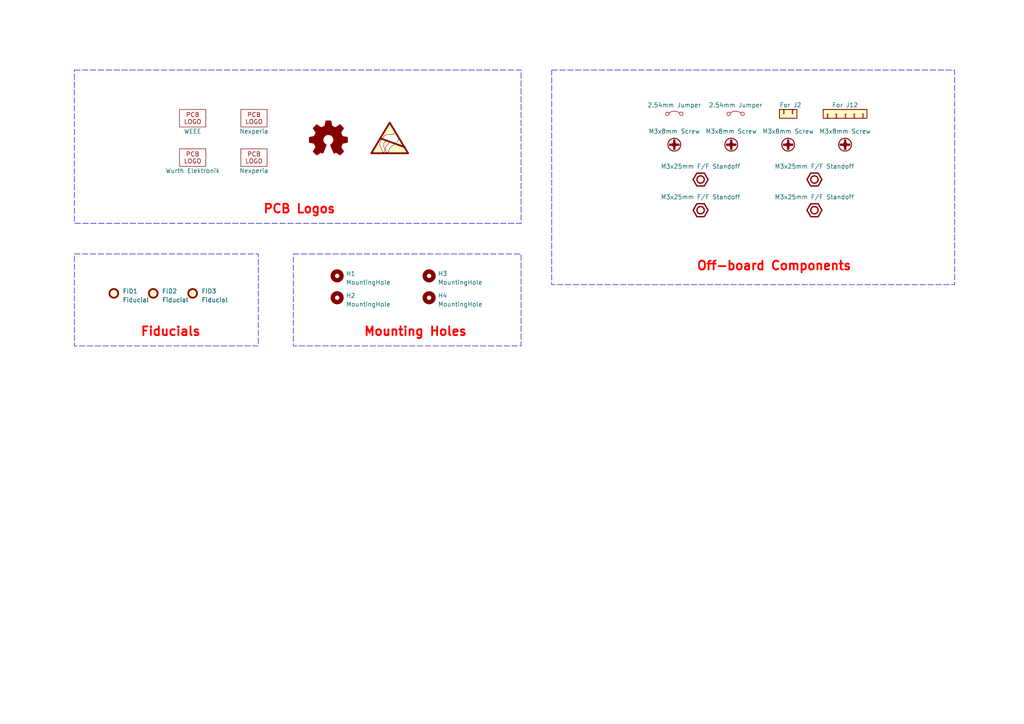
<source format=kicad_sch>
(kicad_sch (version 20250114) (generator "eeschema") (generator_version "9.0")
  (paper "A4")
  (title_block (title "Motor Controller Board NEVB-MTR1-C-1") (date "2025-04-25") (rev "01") (comment 1 "Contact: https://www.nexperia.com/support") (comment 2 "Designed for: Public Release") (comment 3 "Orderable: NEVB-MTR1-KIT1"))
  (lib_symbols
    (symbol "Graphic:Logo_Open_Hardware_Small" (in_bom no) (on_board no)
      (symbol "Logo_Open_Hardware_Small_0_1"
        (polyline (pts (xy 3.3528 -4.3434) (xy 3.302 -4.318) (xy 3.175 -4.2418) (xy 2.9972 -4.1148) (xy 2.7686 -3.9624) (xy 2.54 -3.81) (xy 2.3622 -3.7084) (xy 2.2352 -3.6068) (xy 2.1844 -3.5814) (xy 2.159 -3.6068) (xy 2.0574 -3.6576) (xy 1.905 -3.7338) (xy 1.8034 -3.7846) (xy 1.6764 -3.8354) (xy 1.6002 -3.8354) (xy 1.6002 -3.8354) (xy 1.5494 -3.7338) (xy 1.4732 -3.5306) (xy 1.3462 -3.302) (xy 1.2446 -3.0226) (xy 1.1176 -2.7178) (xy 0.9652 -2.413) (xy 0.8636 -2.1082) (xy 0.7366 -1.8288) (xy 0.6604 -1.6256) (xy 0.6096 -1.4732) (xy 0.5842 -1.397) (xy 0.5842 -1.397) (xy 0.6604 -1.3208) (xy 0.7874 -1.2446) (xy 1.0414 -1.016) (xy 1.2954 -0.6858) (xy 1.4478 -0.3302) (xy 1.524 0.0762) (xy 1.4732 0.4572) (xy 1.3208 0.8128) (xy 1.0668 1.143) (xy 0.762 1.3716) (xy 0.4064 1.524) (xy 0 1.5748) (xy -0.381 1.5494) (xy -0.7366 1.397) (xy -1.0668 1.143) (xy -1.2192 0.9906) (xy -1.397 0.6604) (xy -1.524 0.3048) (xy -1.524 0.2286) (xy -1.4986 -0.1778) (xy -1.397 -0.5334) (xy -1.1938 -0.8636) (xy -0.9144 -1.143) (xy -0.8636 -1.1684) (xy -0.7366 -1.27) (xy -0.635 -1.3462) (xy -0.5842 -1.397) (xy -1.0668 -2.5908) (xy -1.143 -2.794) (xy -1.2954 -3.1242) (xy -1.397 -3.4036) (xy -1.4986 -3.6322) (xy -1.5748 -3.7846) (xy -1.6002 -3.8354) (xy -1.6002 -3.8354) (xy -1.651 -3.8354) (xy -1.7272 -3.81) (xy -1.905 -3.7338) (xy -2.0066 -3.683) (xy -2.1336 -3.6068) (xy -2.2098 -3.5814) (xy -2.2606 -3.6068) (xy -2.3622 -3.683) (xy -2.54 -3.81) (xy -2.7686 -3.9624) (xy -2.9718 -4.0894) (xy -3.1496 -4.2164) (xy -3.302 -4.318) (xy -3.3528 -4.3434) (xy -3.3782 -4.3434) (xy -3.429 -4.318) (xy -3.5306 -4.2164) (xy -3.7084 -4.064) (xy -3.937 -3.8354) (xy -3.9624 -3.81) (xy -4.1656 -3.6068) (xy -4.318 -3.4544) (xy -4.4196 -3.3274) (xy -4.445 -3.2766) (xy -4.445 -3.2766) (xy -4.4196 -3.2258) (xy -4.318 -3.0734) (xy -4.2164 -2.8956) (xy -4.064 -2.667) (xy -3.6576 -2.0828) (xy -3.8862 -1.5494) (xy -3.937 -1.3716) (xy -4.0386 -1.1684) (xy -4.0894 -1.0414) (xy -4.1148 -0.9652) (xy -4.191 -0.9398) (xy -4.318 -0.9144) (xy -4.5466 -0.8636) (xy -4.8006 -0.8128) (xy -5.0546 -0.7874) (xy -5.2578 -0.7366) (xy -5.4356 -0.7112) (xy -5.5118 -0.6858) (xy -5.5118 -0.6858) (xy -5.5372 -0.635) (xy -5.5372 -0.5588) (xy -5.5372 -0.4318) (xy -5.5626 -0.2286) (xy -5.5626 0.0762) (xy -5.5626 0.127) (xy -5.5372 0.4064) (xy -5.5372 0.635) (xy -5.5372 0.762) (xy -5.5372 0.8382) (xy -5.5372 0.8382) (xy -5.461 0.8382) (xy -5.3086 0.889) (xy -5.08 0.9144) (xy -4.826 0.9652) (xy -4.8006 0.9906) (xy -4.5466 1.0414) (xy -4.318 1.0668) (xy -4.1656 1.1176) (xy -4.0894 1.143) (xy -4.0894 1.143) (xy -4.0386 1.2446) (xy -3.9624 1.4224) (xy -3.8608 1.6256) (xy -3.7846 1.8288) (xy -3.7084 2.0066) (xy -3.6576 2.159) (xy -3.6322 2.2098) (xy -3.6322 2.2098) (xy -3.683 2.286) (xy -3.7592 2.413) (xy -3.8862 2.5908) (xy -4.064 2.8194) (xy -4.064 2.8448) (xy -4.2164 3.0734) (xy -4.3434 3.2512) (xy -4.4196 3.3782) (xy -4.445 3.4544) (xy -4.445 3.4544) (xy -4.3942 3.5052) (xy -4.2926 3.6322) (xy -4.1148 3.81) (xy -3.937 4.0132) (xy -3.8608 4.064) (xy -3.6576 4.2926) (xy -3.5052 4.4196) (xy -3.4036 4.4958) (xy -3.3528 4.5212) (xy -3.3528 4.5212) (xy -3.302 4.4704) (xy -3.1496 4.3688) (xy -2.9718 4.2418) (xy -2.7432 4.0894) (xy -2.7178 4.0894) (xy -2.4892 3.937) (xy -2.3114 3.81) (xy -2.1844 3.7084) (xy -2.1336 3.683) (xy -2.1082 3.683) (xy -2.032 3.7084) (xy -1.8542 3.7592) (xy -1.6764 3.8354) (xy -1.4732 3.937) (xy -1.27 4.0132) (xy -1.143 4.064) (xy -1.0668 4.1148) (xy -1.0668 4.1148) (xy -1.0414 4.191) (xy -1.016 4.3434) (xy -0.9652 4.572) (xy -0.9144 4.8514) (xy -0.889 4.9022) (xy -0.8382 5.1562) (xy -0.8128 5.3848) (xy -0.7874 5.5372) (xy -0.762 5.588) (xy -0.7112 5.6134) (xy -0.5842 5.6134) (xy -0.4064 5.6134) (xy -0.1524 5.6134) (xy 0.0762 5.6134) (xy 0.3302 5.6134) (xy 0.5334 5.6134) (xy 0.6858 5.588) (xy 0.7366 5.588) (xy 0.7366 5.588) (xy 0.762 5.5118) (xy 0.8128 5.334) (xy 0.8382 5.1054) (xy 0.9144 4.826) (xy 0.9144 4.7752) (xy 0.9652 4.5212) (xy 1.016 4.2926) (xy 1.0414 4.1402) (xy 1.0668 4.0894) (xy 1.0668 4.0894) (xy 1.1938 4.0386) (xy 1.3716 3.9624) (xy 1.5748 3.8608) (xy 2.0828 3.6576) (xy 2.7178 4.0894) (xy 2.7686 4.1402) (xy 2.9972 4.2926) (xy 3.175 4.4196) (xy 3.302 4.4958) (xy 3.3782 4.5212) (xy 3.3782 4.5212) (xy 3.429 4.4704) (xy 3.556 4.3434) (xy 3.7338 4.191) (xy 3.9116 3.9878) (xy 4.064 3.8354) (xy 4.2418 3.6576) (xy 4.3434 3.556) (xy 4.4196 3.4798) (xy 4.4196 3.429) (xy 4.4196 3.4036) (xy 4.3942 3.3274) (xy 4.2926 3.2004) (xy 4.1656 2.9972) (xy 4.0132 2.794) (xy 3.8862 2.5908) (xy 3.7592 2.3876) (xy 3.6576 2.2352) (xy 3.6322 2.159) (xy 3.6322 2.1336) (xy 3.683 2.0066) (xy 3.7592 1.8288) (xy 3.8608 1.6002) (xy 4.064 1.1176) (xy 4.3942 1.0414) (xy 4.5974 1.016) (xy 4.8768 0.9652) (xy 5.1308 0.9144) (xy 5.5372 0.8382) (xy 5.5626 -0.6604) (xy 5.4864 -0.6858) (xy 5.4356 -0.6858) (xy 5.2832 -0.7366) (xy 5.0546 -0.762) (xy 4.8006 -0.8128) (xy 4.5974 -0.8636) (xy 4.3688 -0.9144) (xy 4.2164 -0.9398) (xy 4.1402 -0.9398) (xy 4.1148 -0.9652) (xy 4.064 -1.0668) (xy 3.9878 -1.2446) (xy 3.9116 -1.4478) (xy 3.81 -1.651) (xy 3.7338 -1.8542) (xy 3.683 -2.0066) (xy 3.6576 -2.0828) (xy 3.683 -2.1336) (xy 3.7846 -2.2606) (xy 3.8862 -2.4638) (xy 4.0386 -2.667) (xy 4.191 -2.8956) (xy 4.318 -3.0734) (xy 4.3942 -3.2004) (xy 4.445 -3.2766) (xy 4.4196 -3.3274) (xy 4.3434 -3.429) (xy 4.1656 -3.5814) (xy 3.937 -3.8354) (xy 3.8862 -3.8608) (xy 3.683 -4.064) (xy 3.5306 -4.2164) (xy 3.4036 -4.318) (xy 3.3528 -4.3434)) (fill (type outline)))
      )
    )
    (symbol "Graphic:SYM_ESD_Large" (in_bom no) (on_board no)
      (symbol "SYM_ESD_Large_0_0"
        (polyline (pts (xy -2.667 -0.762) (xy 4.318 -3.302)) (stroke (width 0.508)))
        (polyline (pts (xy 0.4826 -5.1308) (xy 5.3848 -5.1308) (xy 5.3848 -5.1054) (xy 5.334 -5.0546) (xy 5.2832 -4.953) (xy 5.207 -4.826) (xy 5.0038 -4.4704) (xy 4.8768 -4.2672) (xy 4.7498 -4.0386) (xy 4.1402 -3.0226) (xy 3.9878 -2.7432) (xy 3.5306 -1.9812) (xy 3.4036 -1.7526) (xy 3.2766 -1.5494) (xy 3.1496 -1.3716) (xy 3.0734 -1.1938) (xy 2.9972 -1.0668) (xy 2.921 -0.9652) (xy 2.8956 -0.889) (xy 2.8448 -0.8382) (xy 2.8194 -0.8636) (xy 2.7686 -0.889) (xy 2.5908 -1.0668) (xy 2.4892 -1.2192) (xy 2.4638 -1.3462) (xy 2.413 -1.4224) (xy 2.3622 -1.5748) (xy 2.286 -1.7018) (xy 1.9812 -2.0066) (xy 1.8542 -2.1082) (xy 1.7018 -2.2352) (xy 1.5494 -2.3368) (xy 1.397 -2.4638) (xy 1.2192 -2.5908) (xy 1.0668 -2.7178) (xy 0.9144 -2.8194) (xy 0.8128 -2.8956) (xy 0.7112 -2.9464) (xy 0.6096 -3.0226) (xy 0.3556 -3.2258) (xy 0.254 -3.3528) (xy 0.1524 -3.5052) (xy 0.0508 -3.683) (xy -0.0762 -3.8862) (xy -0.2286 -4.2672) (xy -0.381 -4.572) (xy -0.5334 -4.7244) (xy -0.6096 -4.7752) (xy -0.635 -4.8006) (xy -0.8382 -4.8006) (xy -0.9144 -4.7752) (xy -1.016 -4.6736) (xy -1.0668 -4.5212) (xy -1.1176 -4.3434) (xy -1.143 -4.1148) (xy -1.143 -3.4544) (xy -1.0922 -3.2512) (xy -1.0414 -3.0734) (xy -0.9398 -2.921) (xy -0.8382 -2.794) (xy -0.381 -2.3368) (xy -0.3048 -2.2352) (xy -0.2032 -1.9812) (xy -0.1778 -1.9304) (xy -0.1524 -1.8288) (xy -0.127 -1.7526) (xy -0.127 -1.7272) (xy -0.2032 -1.651) (xy -0.254 -1.5748) (xy -0.3556 -1.524) (xy -0.4318 -1.4478) (xy -0.508 -1.397) (xy -0.5588 -1.3462) (xy -0.6096 -1.3462) (xy -0.6604 -1.3716) (xy -0.7366 -1.4224) (xy -0.8382 -1.4732) (xy -0.9652 -1.5494) (xy -1.0668 -1.6002) (xy -1.1684 -1.6764) (xy -1.3208 -1.778) (xy -1.6002 -2.0574) (xy -1.778 -2.2606) (xy -1.7272 -2.3876) (xy -1.7018 -2.4384) (xy -1.7018 -2.5146) (xy -1.6764 -2.5908) (xy -1.6764 -2.8702) (xy -1.7018 -2.9972) (xy -1.7272 -3.0734) (xy -1.7272 -3.0988) (xy -1.7526 -3.1496) (xy -1.7018 -3.2512) (xy -1.651 -3.3274) (xy -1.651 -3.3528) (xy -1.524 -3.6068) (xy -1.4478 -3.8608) (xy -1.4224 -4.1402) (xy -1.4224 -4.3434) (xy -1.4478 -4.4196) (xy -1.4732 -4.4704) (xy -1.4986 -4.5466) (xy -1.5748 -4.6736) (xy -1.6764 -4.7498) (xy -1.778 -4.8006) (xy -1.8796 -4.8006) (xy -1.9558 -4.7752) (xy -2.0066 -4.7244) (xy -2.0574 -4.6228) (xy -2.1336 -4.4958) (xy -2.2098 -4.318) (xy -2.3114 -4.0894) (xy -2.413 -3.8354) (xy -2.5146 -3.5306) (xy -2.5146 -3.5052) (xy -2.5654 -3.3528) (xy -2.6416 -3.2004) (xy -2.7432 -2.9464) (xy -2.7686 -2.921) (xy -2.8448 -2.6924) (xy -2.8956 -2.4638) (xy -2.8956 -2.2606) (xy -2.8448 -2.032) (xy -2.7686 -1.8034) (xy -2.7178 -1.7018) (xy -2.6162 -1.5494) (xy -2.5146 -1.3716) (xy -2.3622 -1.1938) (xy -2.2098 -0.9906) (xy -2.1082 -0.889) (xy -1.9558 -0.635) (xy -1.8796 -0.5334) (xy -1.8542 -0.508) (xy -1.7272 -0.2794) (xy -1.6002 -0.1016) (xy -1.4478 0.0508) (xy -1.3208 0.1524) (xy -1.1684 0.2032) (xy -1.1176 0.2286) (xy -0.9906 0.254) (xy -0.8128 0.3048) (xy -0.5842 0.3302) (xy -0.3302 0.3556) (xy -0.0254 0.381) (xy 0.0254 0.381) (xy 0.2794 0.4064) (xy 0.508 0.4318) (xy 0.6858 0.4318) (xy 0.8382 0.4572) (xy 0.9652 0.4826) (xy 1.0668 0.508) (xy 1.1684 0.5588) (xy 1.2446 0.5842) (xy 1.3208 0.635) (xy 1.524 0.7874) (xy 1.7272 0.9906) (xy 1.7272 1.0414) (xy 1.7018 1.0922) (xy 1.651 1.1684) (xy 1.6002 1.27) (xy 1.4986 1.4224) (xy 1.4224 1.6002) (xy 1.1684 2.0066) (xy 1.0414 2.2352) (xy 0.6604 2.8702) (xy 0.508 3.0988) (xy 0.4064 3.302) (xy 0.3048 3.4544) (xy 0.2286 3.5814) (xy 0.1524 3.683) (xy 0.1016 3.7592) (xy 0.0508 3.8608) (xy 0.0254 3.8862) (xy -0.0508 3.8862) (xy -0.0508 3.8608) (xy -0.127 3.7846) (xy -0.1524 3.7338) (xy -0.2032 3.6576) (xy -0.254 3.556) (xy -0.4064 3.302) (xy -0.508 3.1496) (xy -0.6096 2.9718) (xy -0.7366 2.7686) (xy -1.0414 2.2606) (xy -1.2192 1.9558) (xy -1.4224 1.6256) (xy -1.8796 0.8636) (xy -2.1336 0.4064) (xy -2.4384 -0.0762) (xy -2.7432 -0.6096) (xy -2.921 -0.889) (xy -3.429 -1.7526) (xy -3.6576 -2.159) (xy -3.8862 -2.54) (xy -4.1148 -2.8956) (xy -4.318 -3.2512) (xy -4.5212 -3.5814) (xy -4.6736 -3.8862) (xy -4.8514 -4.1402) (xy -4.9784 -4.3942) (xy -5.1054 -4.5974) (xy -5.2324 -4.7752) (xy -5.3594 -5.0292) (xy -5.4102 -5.1054) (xy -5.4102 -5.1308) (xy -0.7112 -5.1308) (xy -0.0254 -5.1562) (xy 0.4826 -5.1308)) (stroke (width 0.127)) (fill (type background)))
      )
      (symbol "SYM_ESD_Large_0_1"
        (polyline (pts (xy -5.334 -5.08) (xy 5.334 -5.08) (xy 0 3.81) (xy -5.334 -5.08)) (stroke (width 0.508)))
      )
    )
    (symbol "Mechanical:Fiducial"
      (property "Reference" "FID" (at 0 5.08 0))
      (property "Value" "Fiducial" (at 0 3.175 0))
      (symbol "Fiducial_0_1"
        (circle (center 0 0) (radius 1.27) (stroke (width 0.508)) (fill (type background)))
      )
    )
    (symbol "Mechanical:MountingHole" (pin_names (offset 1.016))
      (property "Reference" "H" (at 0 5.08 0))
      (property "Value" "MountingHole" (at 0 3.175 0))
      (symbol "MountingHole_0_1"
        (circle (center 0 0) (radius 1.27) (stroke (width 1.27)))
      )
    )
    (symbol "project:Assembly_Conn_01x02" (pin_numbers (hide yes)) (pin_names (offset 0) (hide yes)) (on_board no)
      (symbol "Assembly_Conn_01x02_1_1"
        (rectangle (start -1.27 1.27) (end 1.27 -3.81) (stroke (width 0.254)) (fill (type background)))
        (rectangle (start -1.27 0.127) (end 0 -0.127) (stroke (width 0.1524)))
        (rectangle (start -1.27 -2.413) (end 0 -2.667) (stroke (width 0.1524)))
      )
    )
    (symbol "project:Assembly_Conn_01x05" (pin_numbers (hide yes)) (pin_names (offset 0) (hide yes)) (on_board no)
      (symbol "Assembly_Conn_01x05_1_1"
        (rectangle (start -1.27 1.27) (end 1.27 -11.43) (stroke (width 0.254)) (fill (type background)))
        (rectangle (start -1.27 0.127) (end 0 -0.127) (stroke (width 0.1524)))
        (rectangle (start -1.27 -2.413) (end 0 -2.667) (stroke (width 0.1524)))
        (rectangle (start -1.27 -5.08) (end 0 -5.334) (stroke (width 0.1524)))
        (rectangle (start -1.27 -7.62) (end 0 -7.874) (stroke (width 0.1524)))
        (rectangle (start -1.27 -10.16) (end 0 -10.414) (stroke (width 0.1524)))
      )
    )
    (symbol "project:Jumper_Shunt" (pin_numbers (hide yes)) (pin_names (offset 0) (hide yes)) (on_board no)
      (property "Value" "2.54mm Jumper" (at 0 2.54 0))
      (symbol "Jumper_Shunt_0_0"
        (circle (center -2.032 0) (radius 0.508))
        (circle (center 2.032 0) (radius 0.508))
      )
      (symbol "Jumper_Shunt_0_1"
        (arc (start -1.524 0.254) (mid 0 0.762) (end 1.524 0.254))
      )
    )
    (symbol "project:PCB_Logo" (in_bom no)
      (property "Value" "PCB_Logo" (at 0 -3.81 0))
      (symbol "PCB_Logo_1_1"
        (rectangle (start -3.81 2.54) (end 3.81 -2.54))
        (text "PCB\nLOGO" (at 0 0 0) (effects (font (size 1.27 1.27))))
      )
    )
    (symbol "project:Screw" (pin_numbers (hide yes)) (pin_names (offset 0) (hide yes)) (on_board no)
      (property "Value" "Screw" (at -0.0011 3.81 0))
      (symbol "Screw_0_0"
        (polyline (pts (xy -0.0171 -1.9984) (xy 0.0182 -1.9979) (xy 0.0547 -1.9971) (xy 0.0908 -1.9961) (xy 0.1249 -1.9949) (xy 0.1551 -1.9936) (xy 0.1799 -1.9922) (xy 0.1975 -1.9908) (xy 0.2192 -1.9883) (xy 0.2978 -1.977) (xy 0.3793 -1.9622) (xy 0.4606 -1.9444) (xy 0.5384 -1.9243) (xy 0.6097 -1.9027) (xy 0.7254 -1.8603) (xy 0.85 -1.8051) (xy 0.9695 -1.7419) (xy 1.0836 -1.6711) (xy 1.1921 -1.593) (xy 1.2947 -1.508) (xy 1.391 -1.4165) (xy 1.4808 -1.3187) (xy 1.5637 -1.2151) (xy 1.6394 -1.106) (xy 1.7077 -0.9918) (xy 1.7682 -0.8728) (xy 1.8206 -0.7494) (xy 1.8647 -0.6219) (xy 1.9001 -0.4907) (xy 1.9265 -0.3562) (xy 1.932 -0.3203) (xy 1.9377 -0.2779) (xy 1.942 -0.2374) (xy 1.945 -0.1967) (xy 1.947 -0.1532) (xy 1.9481 -0.1047) (xy 1.9484 -0.0488) (xy 1.9482 -0.0047) (xy 1.9473 0.0453) (xy 1.9456 0.0896) (xy 1.9428 0.1308) (xy 1.9388 0.1711) (xy 1.9334 0.2129) (xy 1.9265 0.2586) (xy 1.9041 0.3757) (xy 1.8698 0.5074) (xy 1.8269 0.6354) (xy 1.7755 0.7594) (xy 1.7161 0.8791) (xy 1.6488 0.9939) (xy 1.574 1.1037) (xy 1.4919 1.2081) (xy 1.403 1.3066) (xy 1.3074 1.399) (xy 1.2056 1.4849) (xy 1.0977 1.564) (xy 0.9841 1.6358) (xy 0.8651 1.7) (xy 0.741 1.7564) (xy 0.612 1.8045) (xy 0.5905 1.8115) (xy 0.503 1.8366) (xy 0.4095 1.8587) (xy 0.3124 1.8771) (xy 0.2146 1.8913) (xy 0.2145 1.8913) (xy 0.1769 1.8949) (xy 0.1317 1.8976) (xy 0.0812 1.8994) (xy 0.0274 1.9003) (xy -0.0275 1.9003) (xy -0.0813 1.8994) (xy -0.1319 1.8976) (xy -0.1771 1.8949) (xy -0.2147 1.8913) (xy -0.3457 1.8714) (xy -0.4813 1.8419) (xy -0.6123 1.804) (xy -0.7389 1.7574) (xy -0.8616 1.7022) (xy -0.9806 1.6381) (xy -1.0961 1.5651) (xy -1.202 1.4878) (xy -1.3059 1.4005) (xy -1.4028 1.307) (xy -1.4924 1.2077) (xy -1.5746 1.1029) (xy -1.6491 0.9933) (xy -1.7159 0.8792) (xy -1.7748 0.761) (xy -1.8255 0.6391) (xy -1.8679 0.5141) (xy -1.9017 0.3862) (xy -1.9269 0.2561) (xy -1.9433 0.124) (xy -1.9506 -0.0095) (xy -1.9505 -0.0185) (xy -1.7556 -0.0185) (xy -1.7491 0.1049) (xy -1.7341 0.2276) (xy -1.7103 0.3493) (xy -1.6779 0.4694) (xy -1.6369 0.5874) (xy -1.5872 0.7029) (xy -1.5289 0.8152) (xy -1.4619 0.9241) (xy -1.3863 1.0289) (xy -1.3217 1.1072) (xy -1.2326 1.2018) (xy -1.1372 1.2891) (xy -1.0361 1.369) (xy -0.9296 1.4411) (xy -0.8182 1.5052) (xy -0.7023 1.5609) (xy -0.5824 1.6082) (xy -0.4589 1.6465) (xy -0.3322 1.6758) (xy -0.3121 1.6796) (xy -0.2678 1.6874) (xy -0.2271 1.6935) (xy -0.1878 1.698) (xy -0.1477 1.7012) (xy -0.1045 1.7032) (xy -0.056 1.7043) (xy 0 1.7046) (xy 0.0243 1.7045) (xy 0.0769 1.7039) (xy 0.1229 1.7025) (xy 0.1645 1.7) (xy 0.204 1.6963) (xy 0.2436 1.6911) (xy 0.2856 1.6844) (xy 0.3321 1.6758) (xy 0.4308 1.6539) (xy 0.5551 1.6175) (xy 0.6758 1.5722) (xy 0.7927 1.5183) (xy 0.9051 1.4561) (xy 1.0127 1.3858) (xy 1.1151 1.3076) (xy 1.2117 1.2219) (xy 1.3023 1.1289) (xy 1.3862 1.0289) (xy 1.4245 0.978) (xy 1.4958 0.8711) (xy 1.5585 0.7605) (xy 1.6126 0.6465) (xy 1.658 0.5298) (xy 1.6948 0.4107) (xy 1.7229 0.2898) (xy 1.7424 0.1675) (xy 1.7533 0.0444) (xy 1.7555 -0.0791) (xy 1.749 -0.2025) (xy 1.7339 -0.3253) (xy 1.7102 -0.447) (xy 1.6778 -0.567) (xy 1.6368 -0.6851) (xy 1.5871 -0.8005) (xy 1.5288 -0.9129) (xy 1.4618 -1.0217) (xy 1.3862 -1.1265) (xy 1.3174 -1.2096) (xy 1.2278 -1.3043) (xy 1.1321 -1.3914) (xy 1.0309 -1.4708) (xy 0.9242 -1.5423) (xy 0.8125 -1.6057) (xy 0.6962 -1.6609) (xy 0.5754 -1.7076) (xy 0.4506 -1.7458) (xy 0.3221 -1.7751) (xy 0.1902 -1.7954) (xy 0.1817 -1.7963) (xy 0.1599 -1.7978) (xy 0.1317 -1.7992) (xy 0.0988 -1.8005) (xy 0.0631 -1.8016) (xy 0.0264 -1.8025) (xy -0.0095 -1.8032) (xy -0.0429 -1.8035) (xy -0.072 -1.8035) (xy -0.0949 -1.8032) (xy -0.1098 -1.8024) (xy -0.1181 -1.8015) (xy -0.1362 -1.7998) (xy -0.1588 -1.7976) (xy -0.183 -1.7953) (xy -0.2013 -1.7934) (xy -0.3261 -1.775) (xy -0.4491 -1.7473) (xy -0.5697 -1.7106) (xy -0.6874 -1.6651) (xy -0.8018 -1.6111) (xy -0.9122 -1.549) (xy -1.0181 -1.4791) (xy -1.119 -1.4015) (xy -1.2144 -1.3167) (xy -1.3037 -1.225) (xy -1.3863 -1.1265) (xy -1.4245 -1.0756) (xy -1.4959 -0.9688) (xy -1.5586 -0.8581) (xy -1.6127 -0.7442) (xy -1.6581 -0.6274) (xy -1.6949 -0.5083) (xy -1.723 -0.3874) (xy -1.7425 -0.2651) (xy -1.7534 -0.142) (xy -1.7556 -0.0185) (xy -1.9505 -0.0185) (xy -1.9487 -0.1441) (xy -1.9374 -0.2793) (xy -1.9165 -0.4147) (xy -1.9034 -0.4778) (xy -1.869 -0.6092) (xy -1.8258 -0.737) (xy -1.7742 -0.8608) (xy -1.7144 -0.9802) (xy -1.6468 -1.0949) (xy -1.5716 -1.2045) (xy -1.4893 -1.3086) (xy -1.4001 -1.407) (xy -1.3043 -1.4992) (xy -1.2023 -1.5849) (xy -1.0944 -1.6637) (xy -0.9808 -1.7352) (xy -0.862 -1.7992) (xy -0.7382 -1.8551) (xy -0.6098 -1.9027) (xy -0.5744 -1.9139) (xy -0.4991 -1.935) (xy -0.4199 -1.9539) (xy -0.34 -1.9698) (xy -0.2625 -1.9822) (xy -0.1903 -1.9904) (xy -0.1655 -1.9925) (xy -0.1424 -1.9946) (xy -0.1237 -1.9964) (xy -0.1122 -1.9976) (xy -0.1119 -1.9976) (xy -0.0986 -1.9983) (xy -0.0772 -1.9987) (xy -0.0495 -1.9987) (xy -0.0171 -1.9984)) (stroke (width 0.01)) (fill (type outline)))
        (polyline (pts (xy 0.2926 -1.0917) (xy 0.2926 -0.6709) (xy 0.4572 -0.5062) (xy 0.6218 -0.3415) (xy 1.0426 -0.3415) (xy 1.4634 -0.3415) (xy 1.4634 -0.0488) (xy 1.4634 0.2439) (xy 1.0427 0.2439) (xy 0.622 0.2439) (xy 0.4573 0.4086) (xy 0.2926 0.5732) (xy 0.2926 0.9941) (xy 0.2926 1.4149) (xy 0 1.4149) (xy -0.2927 1.4149) (xy -0.2927 0.9941) (xy -0.2927 0.5733) (xy -0.4573 0.4086) (xy -0.6219 0.2439) (xy -1.0427 0.2439) (xy -1.4635 0.2439) (xy -1.4635 -0.0488) (xy -1.4635 -0.3415) (xy -1.0428 -0.3415) (xy -0.6221 -0.3415) (xy -0.4574 -0.5062) (xy -0.2927 -0.6708) (xy -0.2927 -1.0917) (xy -0.2927 -1.5125) (xy 0 -1.5125) (xy 0.2926 -1.5125) (xy 0.2926 -1.0917)) (stroke (width 0.01)) (fill (type outline)))
      )
    )
    (symbol "project:Standoff" (pin_names (offset 1.016)) (on_board no)
      (property "Value" "Standoff" (at -0.0003 3.81 0))
      (symbol "Standoff_0_0"
        (polyline (pts (xy 0.0598 -1.1992) (xy 0.135 -1.1949) (xy 0.1982 -1.187) (xy 0.3462 -1.1517) (xy 0.4869 -1.0991) (xy 0.6184 -1.0305) (xy 0.7396 -0.947) (xy 0.8494 -0.8498) (xy 0.9467 -0.74) (xy 1.0302 -0.6188) (xy 1.0989 -0.4874) (xy 1.1515 -0.3468) (xy 1.187 -0.1982) (xy 1.1953 -0.1334) (xy 1.2003 -0.0492) (xy 1.2006 0.0393) (xy 1.1961 0.1244) (xy 1.187 0.1982) (xy 1.1517 0.3463) (xy 1.0991 0.4869) (xy 1.0305 0.6184) (xy 0.947 0.7397) (xy 0.8498 0.8495) (xy 0.74 0.9467) (xy 0.6188 1.0302) (xy 0.4874 1.0989) (xy 0.3468 1.1516) (xy 0.1982 1.1871) (xy 0.1334 1.1954) (xy 0.0492 1.2003) (xy -0.0393 1.2006) (xy -0.1244 1.1962) (xy -0.1982 1.1871) (xy -0.3463 1.1517) (xy -0.4869 1.0991) (xy -0.6184 1.0305) (xy -0.7397 0.9471) (xy -0.8495 0.8499) (xy -0.9467 0.7401) (xy -1.0302 0.6189) (xy -1.0989 0.4874) (xy -1.1516 0.3468) (xy -1.1871 0.1982) (xy -1.1954 0.1335) (xy -1.2003 0.0493) (xy -1.2004 0.0227) (xy -0.9072 0.0227) (xy -0.9027 0.1043) (xy -0.8936 0.1798) (xy -0.88 0.2426) (xy -0.8754 0.258) (xy -0.8268 0.3839) (xy -0.7621 0.4993) (xy -0.6826 0.6032) (xy -0.5892 0.6944) (xy -0.4832 0.772) (xy -0.3655 0.8347) (xy -0.2373 0.8816) (xy -0.2152 0.8877) (xy -0.1843 0.8946) (xy -0.1519 0.8992) (xy -0.1133 0.902) (xy -0.0642 0.9033) (xy 0 0.9037) (xy 0.0449 0.9035) (xy 0.0985 0.9025) (xy 0.14 0.9003) (xy 0.174 0.8963) (xy 0.2049 0.8902) (xy 0.2373 0.8816) (xy 0.2523 0.8771) (xy 0.3804 0.8281) (xy 0.4972 0.7635) (xy 0.602 0.6841) (xy 0.6937 0.5909) (xy 0.7715 0.4847) (xy 0.8344 0.3666) (xy 0.8816 0.2373) (xy 0.8877 0.2152) (xy 0.8945 0.1843) (xy 0.8991 0.1519) (xy 0.9019 0.1133) (xy 0.9033 0.0642) (xy 0.9036 0) (xy 0.9035 -0.0449) (xy 0.9025 -0.0985) (xy 0.9002 -0.14) (xy 0.8963 -0.174) (xy 0.8902 -0.2049) (xy 0.8816 -0.2373) (xy 0.8776 -0.2507) (xy 0.8289 -0.3784) (xy 0.7645 -0.4952) (xy 0.6855 -0.6001) (xy 0.5928 -0.692) (xy 0.4873 -0.77) (xy 0.3703 -0.833) (xy 0.2425 -0.8801) (xy 0.2089 -0.888) (xy 0.1479 -0.897) (xy 0.0774 -0.903) (xy 0.003 -0.9059) (xy -0.0694 -0.9055) (xy -0.1342 -0.9016) (xy -0.1856 -0.8939) (xy -0.2066 -0.889) (xy -0.3345 -0.8479) (xy -0.4528 -0.7907) (xy -0.5604 -0.7186) (xy -0.6559 -0.6327) (xy -0.7383 -0.5344) (xy -0.8063 -0.4248) (xy -0.8587 -0.3052) (xy -0.8943 -0.1767) (xy -0.9011 -0.1333) (xy -0.9067 -0.0586) (xy -0.9072 0.0227) (xy -1.2004 0.0227) (xy -1.2006 -0.0392) (xy -1.1962 -0.1243) (xy -1.1871 -0.1982) (xy -1.1536 -0.3398) (xy -1.1017 -0.4806) (xy -1.0338 -0.6124) (xy -0.9509 -0.7342) (xy -0.8543 -0.8446) (xy -0.7451 -0.9426) (xy -0.6245 -1.027) (xy -0.4937 -1.0965) (xy -0.3538 -1.15) (xy -0.2059 -1.1864) (xy -0.1701 -1.1917) (xy -0.0995 -1.1976) (xy -0.0206 -1.2002) (xy 0.0598 -1.1992)) (stroke (width 0.01)) (fill (type outline)))
        (polyline (pts (xy 0.6416 -2.0217) (xy 0.7406 -2.0213) (xy 0.826 -2.0207) (xy 0.8988 -2.0198) (xy 0.9603 -2.0186) (xy 1.0113 -2.0171) (xy 1.053 -2.0152) (xy 1.0865 -2.0128) (xy 1.1129 -2.0099) (xy 1.1332 -2.0065) (xy 1.1485 -2.0025) (xy 1.1599 -1.9979) (xy 1.1685 -1.9926) (xy 1.1753 -1.9865) (xy 1.1814 -1.9798) (xy 1.188 -1.9722) (xy 1.1896 -1.97) (xy 1.2008 -1.9524) (xy 1.2214 -1.9185) (xy 1.251 -1.8687) (xy 1.2893 -1.8037) (xy 1.336 -1.7239) (xy 1.391 -1.6297) (xy 1.4538 -1.5218) (xy 1.5242 -1.4005) (xy 1.6018 -1.2664) (xy 1.6865 -1.12) (xy 1.7779 -0.9618) (xy 1.8757 -0.7923) (xy 1.9797 -0.6119) (xy 2.0895 -0.4212) (xy 2.2049 -0.2206) (xy 2.2124 -0.2076) (xy 2.2467 -0.1483) (xy 2.2731 -0.1004) (xy 2.2915 -0.0608) (xy 2.3017 -0.0261) (xy 2.3037 0.0067) (xy 2.2973 0.0408) (xy 2.2824 0.0795) (xy 2.2589 0.126) (xy 2.2265 0.1834) (xy 2.1852 0.2549) (xy 2.1566 0.3046) (xy 2.045 0.4987) (xy 1.9387 0.6832) (xy 1.8381 0.8577) (xy 1.7435 1.0215) (xy 1.6553 1.1743) (xy 1.5736 1.3153) (xy 1.499 1.4442) (xy 1.4315 1.5603) (xy 1.3716 1.6631) (xy 1.3196 1.7522) (xy 1.2757 1.827) (xy 1.2403 1.8869) (xy 1.2136 1.9314) (xy 1.1961 1.96) (xy 1.1879 1.9722) (xy 1.1847 1.976) (xy 1.1785 1.9832) (xy 1.1721 1.9896) (xy 1.1646 1.9953) (xy 1.1548 2.0002) (xy 1.1416 2.0046) (xy 1.124 2.0083) (xy 1.1008 2.0114) (xy 1.0711 2.0141) (xy 1.0337 2.0163) (xy 0.9875 2.018) (xy 0.9315 2.0194) (xy 0.8646 2.0204) (xy 0.7856 2.0212) (xy 0.6937 2.0217) (xy 0.5875 2.022) (xy 0.4662 2.0222) (xy 0.3285 2.0223) (xy 0.1735 2.0223) (xy 0 2.0223) (xy -0.0861 2.0223) (xy -0.2506 2.0223) (xy -0.3971 2.0222) (xy -0.5267 2.0221) (xy -0.6406 2.0219) (xy -0.7398 2.0215) (xy -0.8253 2.0209) (xy -0.8983 2.02) (xy -0.9598 2.0188) (xy -1.011 2.0172) (xy -1.0528 2.0153) (xy -1.0864 2.0129) (xy -1.1128 2.01) (xy -1.1332 2.0066) (xy -1.1485 2.0025) (xy -1.1599 1.9979) (xy -1.1685 1.9926) (xy -1.1753 1.9866) (xy -1.1815 1.9798) (xy -1.188 1.9722) (xy -1.1885 1.9717) (xy -1.1977 1.9575) (xy -1.2164 1.9268) (xy -1.2443 1.8801) (xy -1.2811 1.8178) (xy -1.3266 1.7402) (xy -1.3805 1.6478) (xy -1.4426 1.5411) (xy -1.5127 1.4204) (xy -1.5905 1.2862) (xy -1.6757 1.1389) (xy -1.7681 0.9789) (xy -1.8675 0.8066) (xy -1.9736 0.6226) (xy -2.0861 0.4271) (xy -2.2049 0.2207) (xy -2.2196 0.1952) (xy -2.2544 0.1344) (xy -2.2801 0.0859) (xy -2.2967 0.0459) (xy -2.3042 0.0108) (xy -2.3032 -0.0096) (xy -1.9876 -0.0096) (xy -1.9832 0.0018) (xy -1.9694 0.0293) (xy -1.9467 0.072) (xy -1.9154 0.1291) (xy -1.8762 0.1997) (xy -1.8293 0.2832) (xy -1.7753 0.3787) (xy -1.7146 0.4854) (xy -1.6476 0.6025) (xy -1.5749 0.7292) (xy -1.4968 0.8646) (xy -1.0005 1.7243) (xy -0.0001 1.7243) (xy 1.0003 1.7243) (xy 1.4966 0.8648) (xy 1.5453 0.7804) (xy 1.6122 0.6645) (xy 1.6757 0.5543) (xy 1.7354 0.4507) (xy 1.7904 0.355) (xy 1.8402 0.2683) (xy 1.8842 0.1917) (xy 1.9216 0.1263) (xy 1.9518 0.0733) (xy 1.9742 0.0339) (xy 1.9881 0.0091) (xy 1.9929 0.0001) (xy 1.9905 -0.0046) (xy 1.9792 -0.0249) (xy 1.9593 -0.0601) (xy 1.9313 -0.1092) (xy 1.8959 -0.171) (xy 1.8539 -0.2444) (xy 1.8057 -0.3283) (xy 1.7521 -0.4215) (xy 1.6938 -0.5228) (xy 1.6313 -0.6313) (xy 1.5654 -0.7456) (xy 1.4966 -0.8648) (xy 1.0004 -1.7242) (xy 0.0032 -1.7267) (xy -0.061 -1.7269) (xy -0.2218 -1.7272) (xy -0.3644 -1.7274) (xy -0.4897 -1.7274) (xy -0.5987 -1.7273) (xy -0.6924 -1.7269) (xy -0.7716 -1.7264) (xy -0.8374 -1.7257) (xy -0.8908 -1.7248) (xy -0.9325 -1.7237) (xy -0.9637 -1.7224) (xy -0.9853 -1.7208) (xy -0.9982 -1.719) (xy -1.0034 -1.717) (xy -1.0041 -1.716) (xy -1.0126 -1.702) (xy -1.0298 -1.6727) (xy -1.055 -1.6296) (xy -1.0873 -1.5741) (xy -1.1258 -1.5077) (xy -1.1699 -1.4316) (xy -1.2187 -1.3473) (xy -1.2714 -1.2561) (xy -1.3272 -1.1596) (xy -1.3852 -1.059) (xy -1.4448 -0.9558) (xy -1.505 -0.8514) (xy -1.5651 -0.7471) (xy -1.6243 -0.6443) (xy -1.6817 -0.5446) (xy -1.7366 -0.4491) (xy -1.7881 -0.3594) (xy -1.8355 -0.2769) (xy -1.8779 -0.2029) (xy -1.9146 -0.1388) (xy -1.9447 -0.086) (xy -1.9674 -0.046) (xy -1.982 -0.0201) (xy -1.9876 -0.0097) (xy -1.9876 -0.0096) (xy -2.3032 -0.0096) (xy -2.3026 -0.023) (xy -2.2918 -0.0594) (xy -2.272 -0.102) (xy -2.243 -0.1545) (xy -2.2049 -0.2206) (xy -2.191 -0.2448) (xy -2.0729 -0.4501) (xy -1.961 -0.6443) (xy -1.8556 -0.8271) (xy -1.757 -0.998) (xy -1.6654 -1.1566) (xy -1.581 -1.3025) (xy -1.5041 -1.4351) (xy -1.435 -1.5542) (xy -1.3738 -1.6593) (xy -1.3208 -1.75) (xy -1.2763 -1.8258) (xy -1.2406 -1.8864) (xy -1.2137 -1.9312) (xy -1.1961 -1.96) (xy -1.188 -1.9722) (xy -1.1664 -1.9913) (xy -1.1381 -2.0084) (xy -1.1347 -2.0096) (xy -1.1236 -2.0115) (xy -1.1057 -2.0133) (xy -1.08 -2.0148) (xy -1.0455 -2.0162) (xy -1.0013 -2.0173) (xy -0.9463 -2.0183) (xy -0.8795 -2.0192) (xy -0.8001 -2.0199) (xy -0.707 -2.0205) (xy -0.5993 -2.0209) (xy -0.4759 -2.0213) (xy -0.3359 -2.0216) (xy -0.1783 -2.0217) (xy -0.0022 -2.0218) (xy 0.0879 -2.0219) (xy 0.2521 -2.0219) (xy 0.3984 -2.0219) (xy 0.5279 -2.0219) (xy 0.6416 -2.0217)) (stroke (width 0.01)) (fill (type outline)))
      )
    )
  )
  (rectangle (start 85.09 73.66) (end 151.13 100.33) (stroke (width 0) (type dash)))
  (rectangle (start 21.59 73.66) (end 74.93 100.33) (stroke (width 0) (type dash)))
  (rectangle (start 160.02 20.32) (end 276.86 82.55) (stroke (width 0) (type dash)))
  (rectangle (start 21.59 20.32) (end 151.13 64.77) (stroke (width 0) (type dash)))
  (text "Off-board Components" (at 201.93 78.74 0) (effects (font (size 2.54 2.54) (thickness 0.508) (bold yes)) (justify left bottom)))
  (text "PCB Logos" (at 76.2 62.23 0) (effects (font (size 2.54 2.54) (thickness 0.508) (bold yes)) (justify left bottom)))
  (text "Fiducials" (at 40.64 97.79 0) (effects (font (size 2.54 2.54) (thickness 0.508) (bold yes)) (justify left bottom)))
  (text "Mounting Holes" (at 105.41 97.79 0) (effects (font (size 2.54 2.54) (thickness 0.508) (bold yes)) (justify left bottom)))
  (symbol (lib_id "project:Assembly_Conn_01x05") (at 240.03 33.02 90) (unit 1) (on_board no)
    (property "Reference" "G11" (effects (hide yes)))
    (property "Value" "For J12" (at 245.11 30.48 90))
    (property "Datasheet" "https://www.we-online.com/components/products/datasheet/691361100005.pdf" (effects (hide yes)))
    (property "Manufacturer" "WURTH ELEKTRONIK" (effects (hide yes)))
    (property "Mfg Part No" "691361100005" (effects (hide yes)))
    (property "Farnell Part No" "1841352" (effects (hide yes)))
    (property "Mouser Part No" "710-691361100005" (effects (hide yes)))
  )
  (symbol (lib_id "project:Jumper_Shunt") (at 195.58 33.02 0) (unit 1) (on_board no)
    (property "Reference" "G1" (effects (hide yes)))
    (property "Value" "2.54mm Jumper" (at 195.58 30.48 0))
    (property "Datasheet" "https://cdn.harwin.com/pdfs/M7684-M7687.pdf" (effects (hide yes)))
    (property "Manufacturer" "HARWIN" (effects (hide yes)))
    (property "Mfg Part No" "M7685-05" (effects (hide yes)))
    (property "Farnell Part No" "3218478" (effects (hide yes)))
    (property "Mouser Part No" "855-M7685-05" (effects (hide yes)))
  )
  (symbol (lib_id "project:PCB_Logo") (at 55.88 34.29 0) (unit 1) (in_bom no)
    (property "Reference" "SYM8" (effects (hide yes)))
    (property "Value" "WEEE" (at 55.88 38.1 0))
    (property "Footprint" "Symbol:WEEE-Logo_4.2x6mm_SilkScreen" (effects (hide yes)))
  )
  (symbol (lib_id "project:Screw") (at 195.58 41.91 0) (unit 1) (on_board no)
    (property "Reference" "G2" (effects (hide yes)))
    (property "Value" "M3x8mm Screw" (at 195.5789 38.1 0))
    (property "Datasheet" "https://docs.rs-online.com/c4c2/A700000009608830.pdf" (effects (hide yes)))
    (property "Manufacturer" "RS PRO" (effects (hide yes)))
    (property "Mfg Part No" "264-6436" (effects (hide yes)))
    (property "RS Part No" "264-6436" (effects (hide yes)))
  )
  (symbol (lib_id "project:PCB_Logo") (at 73.66 34.29 0) (unit 1) (in_bom no)
    (property "Reference" "SYM9" (effects (hide yes)))
    (property "Value" "Nexperia" (at 73.66 38.1 0))
    (property "Footprint" "project:Nexperia_Logo_20x5mm" (effects (hide yes)))
  )
  (symbol (lib_id "project:PCB_Logo") (at 73.66 45.72 0) (unit 1) (in_bom no)
    (property "Reference" "SYM10" (effects (hide yes)))
    (property "Value" "Nexperia" (at 73.66 49.53 0))
    (property "Footprint" "project:Nexperia_Logo_28x7mm" (effects (hide yes)))
  )
  (symbol (lib_id "project:Screw") (at 212.09 41.91 0) (unit 1) (on_board no)
    (property "Reference" "G5" (effects (hide yes)))
    (property "Value" "M3x8mm Screw" (at 212.0889 38.1 0))
    (property "Datasheet" "https://docs.rs-online.com/c4c2/A700000009608830.pdf" (effects (hide yes)))
    (property "Manufacturer" "RS PRO" (effects (hide yes)))
    (property "Mfg Part No" "264-6436" (effects (hide yes)))
    (property "RS Part No" "264-6436" (effects (hide yes)))
    (instances (project "nevb_3inv_001" (path "" (reference "G6") (unit 1))) (project "nevb_mctrl_100" (path "" (reference "G5") (unit 1))))
  )
  (symbol (lib_id "Mechanical:MountingHole") (at 97.79 86.36 0) (unit 1) (in_bom no)
    (property "Reference" "H2" (at 100.33 85.725 0) (effects (justify left)))
    (property "Value" "MountingHole" (at 100.33 88.265 0) (effects (justify left)))
    (property "Footprint" "MountingHole:MountingHole_3.2mm_M3_ISO7380_Pad" (effects (hide yes)))
  )
  (symbol (lib_id "project:Standoff") (at 203.2 52.07 0) (unit 1) (on_board no)
    (property "Reference" "G3" (effects (hide yes)))
    (property "Value" "M3x25mm F/F Standoff" (at 203.1997 48.26 0))
    (property "Datasheet" "https://www.we-online.com/components/products/datasheet/970250321.pdf" (effects (hide yes)))
    (property "Manufacturer" "WURTH ELEKTRONIK" (effects (hide yes)))
    (property "Mfg Part No" "970250321" (effects (hide yes)))
    (property "Farnell Part No" "2884579" (effects (hide yes)))
    (property "Mouser Part No" "710-970250321" (effects (hide yes)))
    (instances (project "nevb_3inv_001" (path "" (reference "G4") (unit 1))) (project "nevb_mctrl_100" (path "" (reference "G3") (unit 1))))
  )
  (symbol (lib_id "Mechanical:MountingHole") (at 124.46 86.36 0) (unit 1) (in_bom no)
    (property "Reference" "H4" (at 127 85.725 0) (effects (justify left)))
    (property "Value" "MountingHole" (at 127 88.265 0) (effects (justify left)))
    (property "Footprint" "MountingHole:MountingHole_3.2mm_M3_ISO7380_Pad" (effects (hide yes)))
  )
  (symbol (lib_id "Mechanical:Fiducial") (at 33.02 85.09 0) (unit 1) (in_bom no)
    (property "Reference" "FID1" (at 35.56 84.455 0) (effects (justify left)))
    (property "Value" "Fiducial" (at 35.56 86.995 0) (effects (justify left)))
    (property "Footprint" "Fiducial:Fiducial_1mm_Mask2mm" (effects (hide yes)))
  )
  (symbol (lib_id "project:Assembly_Conn_01x02") (at 229.87 33.02 270) (unit 1) (on_board no)
    (property "Reference" "G8" (effects (hide yes)))
    (property "Value" "For J2" (at 226.06 30.48 90) (effects (justify left)))
    (property "Datasheet" "https://www.we-online.com/components/products/datasheet/691366110002.pdf" (effects (hide yes)))
    (property "Manufacturer" "WURTH ELEKTRONIK" (effects (hide yes)))
    (property "Mfg Part No" "691366110002" (effects (hide yes)))
    (property "Farnell Part No" "3767193" (effects (hide yes)))
    (property "Mouser Part No" "710-691366110002" (effects (hide yes)))
  )
  (symbol (lib_id "project:Screw") (at 228.6 41.91 0) (unit 1) (on_board no)
    (property "Reference" "G7" (effects (hide yes)))
    (property "Value" "M3x8mm Screw" (at 228.5989 38.1 0))
    (property "Datasheet" "https://docs.rs-online.com/c4c2/A700000009608830.pdf" (effects (hide yes)))
    (property "Manufacturer" "RS PRO" (effects (hide yes)))
    (property "Mfg Part No" "264-6436" (effects (hide yes)))
    (property "RS Part No" "264-6436" (effects (hide yes)))
    (instances (project "nevb_3inv_001" (path "" (reference "G8") (unit 1))) (project "nevb_mctrl_100" (path "" (reference "G7") (unit 1))))
  )
  (symbol (lib_id "Mechanical:MountingHole") (at 97.79 80.01 0) (unit 1) (in_bom no)
    (property "Reference" "H1" (at 100.33 79.375 0) (effects (justify left)))
    (property "Value" "MountingHole" (at 100.33 81.915 0) (effects (justify left)))
    (property "Footprint" "MountingHole:MountingHole_3.2mm_M3_ISO7380_Pad" (effects (hide yes)))
  )
  (symbol (lib_id "project:Jumper_Shunt") (at 213.36 33.02 0) (unit 1) (on_board no)
    (property "Reference" "G6" (effects (hide yes)))
    (property "Value" "2.54mm Jumper" (at 213.36 30.48 0))
    (property "Datasheet" "https://cdn.harwin.com/pdfs/M7684-M7687.pdf" (effects (hide yes)))
    (property "Manufacturer" "HARWIN" (effects (hide yes)))
    (property "Mfg Part No" "M7685-05" (effects (hide yes)))
    (property "Farnell Part No" "3218478" (effects (hide yes)))
    (property "Mouser Part No" "855-M7685-05" (effects (hide yes)))
  )
  (symbol (lib_id "Mechanical:Fiducial") (at 55.88 85.09 0) (unit 1) (in_bom no)
    (property "Reference" "FID3" (at 58.42 84.455 0) (effects (justify left)))
    (property "Value" "Fiducial" (at 58.42 86.995 0) (effects (justify left)))
    (property "Footprint" "Fiducial:Fiducial_1mm_Mask2mm" (effects (hide yes)))
  )
  (symbol (lib_id "project:Standoff") (at 203.2 60.96 0) (unit 1) (on_board no)
    (property "Reference" "G4" (effects (hide yes)))
    (property "Value" "M3x25mm F/F Standoff" (at 203.1997 57.15 0))
    (property "Datasheet" "https://www.we-online.com/components/products/datasheet/970250321.pdf" (effects (hide yes)))
    (property "Manufacturer" "WURTH ELEKTRONIK" (effects (hide yes)))
    (property "Mfg Part No" "970250321" (effects (hide yes)))
    (property "Farnell Part No" "2884579" (effects (hide yes)))
    (property "Mouser Part No" "710-970250321" (effects (hide yes)))
    (instances (project "nevb_3inv_001" (path "" (reference "G5") (unit 1))) (project "nevb_mctrl_100" (path "" (reference "G4") (unit 1))))
  )
  (symbol (lib_id "project:Standoff") (at 236.22 52.07 0) (unit 1) (on_board no)
    (property "Reference" "G9" (effects (hide yes)))
    (property "Value" "M3x25mm F/F Standoff" (at 236.2197 48.26 0))
    (property "Datasheet" "https://www.we-online.com/components/products/datasheet/970250321.pdf" (effects (hide yes)))
    (property "Manufacturer" "WURTH ELEKTRONIK" (effects (hide yes)))
    (property "Mfg Part No" "970250321" (effects (hide yes)))
    (property "Farnell Part No" "2884579" (effects (hide yes)))
    (property "Mouser Part No" "710-970250321" (effects (hide yes)))
  )
  (symbol (lib_id "Mechanical:Fiducial") (at 44.45 85.09 0) (unit 1) (in_bom no)
    (property "Reference" "FID2" (at 46.99 84.455 0) (effects (justify left)))
    (property "Value" "Fiducial" (at 46.99 86.995 0) (effects (justify left)))
    (property "Footprint" "Fiducial:Fiducial_1mm_Mask2mm" (effects (hide yes)))
  )
  (symbol (lib_id "project:Standoff") (at 236.22 60.96 0) (unit 1) (on_board no)
    (property "Reference" "G10" (effects (hide yes)))
    (property "Value" "M3x25mm F/F Standoff" (at 236.2197 57.15 0))
    (property "Datasheet" "https://www.we-online.com/components/products/datasheet/970250321.pdf" (effects (hide yes)))
    (property "Manufacturer" "WURTH ELEKTRONIK" (effects (hide yes)))
    (property "Mfg Part No" "970250321" (effects (hide yes)))
    (property "Farnell Part No" "2884579" (effects (hide yes)))
    (property "Mouser Part No" "710-970250321" (effects (hide yes)))
  )
  (symbol (lib_id "project:Screw") (at 245.11 41.91 0) (unit 1) (on_board no)
    (property "Reference" "G12" (effects (hide yes)))
    (property "Value" "M3x8mm Screw" (at 245.1089 38.1 0))
    (property "Datasheet" "https://docs.rs-online.com/c4c2/A700000009608830.pdf" (effects (hide yes)))
    (property "Manufacturer" "RS PRO" (effects (hide yes)))
    (property "Mfg Part No" "264-6436" (effects (hide yes)))
    (property "RS Part No" "264-6436" (effects (hide yes)))
  )
  (symbol (lib_id "Mechanical:MountingHole") (at 124.46 80.01 0) (unit 1) (in_bom no)
    (property "Reference" "H3" (at 127 79.375 0) (effects (justify left)))
    (property "Value" "MountingHole" (at 127 81.915 0) (effects (justify left)))
    (property "Footprint" "MountingHole:MountingHole_3.2mm_M3_ISO7380_Pad" (effects (hide yes)))
  )
  (symbol (lib_id "project:PCB_Logo") (at 55.88 45.72 0) (unit 1) (in_bom no)
    (property "Reference" "SYM12" (effects (hide yes)))
    (property "Value" "Wurth Elektronik" (at 55.88 49.53 0))
    (property "Footprint" "project:WE_Logo_7x7mm" (effects (hide yes)))
  )
  (symbol (lib_id "Graphic:Logo_Open_Hardware_Small") (at 95.25 40.64 0) (unit 1) (in_bom no)
    (property "Reference" "SYM11" (effects (hide yes)))
    (property "Value" "Logo_Open_Hardware_Small" (effects (hide yes)))
    (property "Footprint" "Symbol:OSHW-Logo2_7.3x6mm_SilkScreen" (effects (hide yes)))
  )
  (symbol (lib_id "Graphic:SYM_ESD_Large") (at 113.03 39.37 0) (unit 1) (in_bom no) (on_board no)
    (property "Reference" "SYM13" (effects (hide yes)))
    (property "Value" "SYM_ESD_Large" (effects (hide yes)))
    (property "Footprint" "Symbol:ESD-Logo_6.6x6mm_SilkScreen" (effects (hide yes)))
  )
)
</source>
